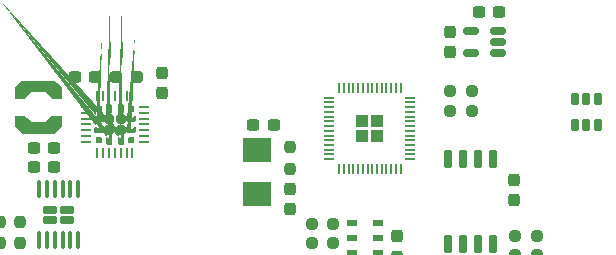
<source format=gbp>
G04 #@! TF.GenerationSoftware,KiCad,Pcbnew,7.0.5-0*
G04 #@! TF.CreationDate,2023-10-09T15:45:38-04:00*
G04 #@! TF.ProjectId,SLAPS_Solar_Harvester,534c4150-535f-4536-9f6c-61725f486172,V1.1*
G04 #@! TF.SameCoordinates,Original*
G04 #@! TF.FileFunction,Paste,Bot*
G04 #@! TF.FilePolarity,Positive*
%FSLAX46Y46*%
G04 Gerber Fmt 4.6, Leading zero omitted, Abs format (unit mm)*
G04 Created by KiCad (PCBNEW 7.0.5-0) date 2023-10-09 15:45:38*
%MOMM*%
%LPD*%
G01*
G04 APERTURE LIST*
G04 Aperture macros list*
%AMRoundRect*
0 Rectangle with rounded corners*
0 $1 Rounding radius*
0 $2 $3 $4 $5 $6 $7 $8 $9 X,Y pos of 4 corners*
0 Add a 4 corners polygon primitive as box body*
4,1,4,$2,$3,$4,$5,$6,$7,$8,$9,$2,$3,0*
0 Add four circle primitives for the rounded corners*
1,1,$1+$1,$2,$3*
1,1,$1+$1,$4,$5*
1,1,$1+$1,$6,$7*
1,1,$1+$1,$8,$9*
0 Add four rect primitives between the rounded corners*
20,1,$1+$1,$2,$3,$4,$5,0*
20,1,$1+$1,$4,$5,$6,$7,0*
20,1,$1+$1,$6,$7,$8,$9,0*
20,1,$1+$1,$8,$9,$2,$3,0*%
%AMFreePoly0*
4,1,48,0.180784,0.266839,0.197812,0.266839,0.211588,0.256830,0.227783,0.251568,0.237791,0.237791,0.251568,0.227783,0.256830,0.211588,0.266839,0.197812,0.266839,0.180783,0.272101,0.164589,0.272101,-0.075523,0.269420,-0.083774,0.270777,-0.092342,0.259348,-0.114772,0.251568,-0.138717,0.244549,-0.143816,0.240611,-0.151546,0.151545,-0.240611,0.143816,-0.244548,0.138717,-0.251568,
0.114771,-0.259348,0.092342,-0.270777,0.083774,-0.269420,0.075523,-0.272101,-0.164589,-0.272101,-0.180784,-0.266839,-0.197812,-0.266839,-0.211588,-0.256830,-0.227783,-0.251568,-0.237791,-0.237791,-0.251568,-0.227783,-0.256830,-0.211588,-0.266839,-0.197812,-0.266839,-0.180783,-0.272101,-0.164589,-0.272101,0.164589,-0.266839,0.180783,-0.266839,0.197812,-0.256830,0.211588,-0.251568,0.227783,
-0.237791,0.237791,-0.227783,0.251568,-0.211588,0.256830,-0.197812,0.266839,-0.180784,0.266839,-0.164589,0.272101,0.164589,0.272101,0.180784,0.266839,0.180784,0.266839,$1*%
%AMFreePoly1*
4,1,51,0.121446,0.402192,0.123663,0.402787,0.127059,0.401203,0.145390,0.397971,0.159646,0.386008,0.176512,0.378144,0.247132,0.307525,0.250167,0.303189,0.252157,0.302041,0.253439,0.298517,0.264114,0.283273,0.265735,0.264733,0.272101,0.247246,0.272101,-0.247246,0.271181,-0.252459,0.271776,-0.254677,0.270191,-0.258074,0.266960,-0.276402,0.254996,-0.290658,0.247132,-0.307525,
0.176512,-0.378144,0.172177,-0.381179,0.171029,-0.383168,0.167504,-0.384450,0.152260,-0.395125,0.133722,-0.396746,0.116234,-0.403112,-0.186855,-0.403112,-0.197928,-0.401159,-0.201658,-0.401817,-0.204937,-0.399923,-0.216011,-0.397971,-0.232977,-0.383734,-0.252157,-0.372661,-0.254787,-0.365433,-0.260680,-0.360489,-0.264525,-0.338677,-0.272101,-0.317866,-0.272101,0.317866,-0.270148,0.328939,
-0.270806,0.332669,-0.268912,0.335948,-0.266960,0.347022,-0.252723,0.363988,-0.241650,0.383168,-0.234422,0.385798,-0.229478,0.391691,-0.207666,0.395536,-0.186855,0.403112,0.116234,0.403112,0.121446,0.402192,0.121446,0.402192,$1*%
%AMFreePoly2*
4,1,48,0.083774,0.269420,0.092342,0.270777,0.114771,0.259348,0.138717,0.251568,0.143816,0.244548,0.151545,0.240611,0.240611,0.151546,0.244549,0.143816,0.251568,0.138717,0.259348,0.114772,0.270777,0.092342,0.269420,0.083774,0.272101,0.075523,0.272101,-0.164589,0.266839,-0.180783,0.266839,-0.197812,0.256830,-0.211588,0.251568,-0.227783,0.237791,-0.237791,0.227783,-0.251568,
0.211588,-0.256830,0.197812,-0.266839,0.180784,-0.266839,0.164589,-0.272101,-0.164589,-0.272101,-0.180784,-0.266839,-0.197812,-0.266839,-0.211588,-0.256830,-0.227783,-0.251568,-0.237791,-0.237791,-0.251568,-0.227783,-0.256830,-0.211588,-0.266839,-0.197812,-0.266839,-0.180783,-0.272101,-0.164589,-0.272101,0.164589,-0.266839,0.180783,-0.266839,0.197812,-0.256830,0.211588,-0.251568,0.227783,
-0.237791,0.237791,-0.227783,0.251568,-0.211588,0.256830,-0.197812,0.266839,-0.180784,0.266839,-0.164589,0.272101,0.075523,0.272101,0.083774,0.269420,0.083774,0.269420,$1*%
%AMFreePoly3*
4,1,51,0.328939,0.270148,0.332669,0.270806,0.335948,0.268912,0.347022,0.266960,0.363988,0.252723,0.383168,0.241650,0.385798,0.234422,0.391691,0.229478,0.395536,0.207666,0.403112,0.186855,0.403112,-0.116234,0.402192,-0.121446,0.402787,-0.123663,0.401203,-0.127059,0.397971,-0.145390,0.386008,-0.159646,0.378144,-0.176512,0.307524,-0.247133,0.303189,-0.250168,0.302041,-0.252157,
0.298517,-0.253439,0.283273,-0.264114,0.264733,-0.265735,0.247246,-0.272101,-0.247246,-0.272101,-0.252459,-0.271181,-0.254677,-0.271776,-0.258074,-0.270191,-0.276402,-0.266960,-0.290658,-0.254996,-0.307525,-0.247132,-0.378144,-0.176512,-0.381179,-0.172177,-0.383168,-0.171029,-0.384450,-0.167504,-0.395125,-0.152260,-0.396746,-0.133722,-0.403112,-0.116234,-0.403112,0.186855,-0.401159,0.197928,
-0.401817,0.201658,-0.399923,0.204937,-0.397971,0.216011,-0.383734,0.232977,-0.372661,0.252157,-0.365433,0.254787,-0.360489,0.260680,-0.338677,0.264525,-0.317866,0.272101,0.317866,0.272101,0.328939,0.270148,0.328939,0.270148,$1*%
%AMFreePoly4*
4,1,51,0.252458,0.271181,0.254676,0.271776,0.258073,0.270191,0.276402,0.266960,0.290658,0.254997,0.307524,0.247133,0.378144,0.176512,0.381179,0.172177,0.383168,0.171029,0.384450,0.167504,0.395125,0.152260,0.396746,0.133721,0.403112,0.116234,0.403112,-0.186855,0.401159,-0.197928,0.401817,-0.201658,0.399923,-0.204937,0.397971,-0.216011,0.383734,-0.232977,0.372661,-0.252157,
0.365433,-0.254787,0.360489,-0.260680,0.338677,-0.264525,0.317866,-0.272101,-0.317866,-0.272101,-0.328939,-0.270148,-0.332669,-0.270806,-0.335948,-0.268912,-0.347022,-0.266960,-0.363988,-0.252723,-0.383168,-0.241650,-0.385798,-0.234422,-0.391691,-0.229478,-0.395536,-0.207666,-0.403112,-0.186855,-0.403112,0.116234,-0.402192,0.121446,-0.402787,0.123663,-0.401203,0.127059,-0.397971,0.145390,
-0.386008,0.159646,-0.378144,0.176512,-0.307525,0.247132,-0.303189,0.250167,-0.302041,0.252157,-0.298517,0.253439,-0.283273,0.264114,-0.264733,0.265735,-0.247246,0.272101,0.247246,0.272101,0.252458,0.271181,0.252458,0.271181,$1*%
%AMFreePoly5*
4,1,48,0.180784,0.266839,0.197812,0.266839,0.211588,0.256830,0.227783,0.251568,0.237791,0.237791,0.251568,0.227783,0.256830,0.211588,0.266839,0.197812,0.266839,0.180783,0.272101,0.164589,0.272101,-0.164589,0.266839,-0.180783,0.266839,-0.197812,0.256830,-0.211588,0.251568,-0.227783,0.237791,-0.237791,0.227783,-0.251568,0.211588,-0.256830,0.197812,-0.266839,0.180784,-0.266839,
0.164589,-0.272101,-0.075523,-0.272101,-0.083774,-0.269420,-0.092342,-0.270777,-0.114772,-0.259348,-0.138717,-0.251568,-0.143816,-0.244549,-0.151546,-0.240611,-0.240611,-0.151545,-0.244548,-0.143816,-0.251568,-0.138717,-0.259348,-0.114771,-0.270777,-0.092342,-0.269420,-0.083774,-0.272101,-0.075523,-0.272101,0.164589,-0.266839,0.180783,-0.266839,0.197812,-0.256830,0.211588,-0.251568,0.227783,
-0.237791,0.237791,-0.227783,0.251568,-0.211588,0.256830,-0.197812,0.266839,-0.180784,0.266839,-0.164589,0.272101,0.164589,0.272101,0.180784,0.266839,0.180784,0.266839,$1*%
%AMFreePoly6*
4,1,51,0.197928,0.401159,0.201658,0.401817,0.204937,0.399923,0.216011,0.397971,0.232977,0.383734,0.252157,0.372661,0.254787,0.365433,0.260680,0.360489,0.264525,0.338677,0.272101,0.317866,0.272101,-0.317866,0.270148,-0.328939,0.270806,-0.332669,0.268912,-0.335948,0.266960,-0.347022,0.252723,-0.363988,0.241650,-0.383168,0.234422,-0.385798,0.229478,-0.391691,0.207666,-0.395536,
0.186855,-0.403112,-0.116234,-0.403112,-0.121446,-0.402192,-0.123663,-0.402787,-0.127059,-0.401203,-0.145390,-0.397971,-0.159646,-0.386008,-0.176512,-0.378144,-0.247133,-0.307524,-0.250168,-0.303189,-0.252157,-0.302041,-0.253439,-0.298517,-0.264114,-0.283273,-0.265735,-0.264733,-0.272101,-0.247246,-0.272101,0.247246,-0.271181,0.252458,-0.271776,0.254676,-0.270191,0.258073,-0.266960,0.276402,
-0.254997,0.290658,-0.247133,0.307524,-0.176512,0.378144,-0.172177,0.381179,-0.171029,0.383168,-0.167504,0.384450,-0.152260,0.395125,-0.133721,0.396746,-0.116234,0.403112,0.186855,0.403112,0.197928,0.401159,0.197928,0.401159,$1*%
%AMFreePoly7*
4,1,48,0.180784,0.266839,0.197812,0.266839,0.211588,0.256830,0.227783,0.251568,0.237791,0.237791,0.251568,0.227783,0.256830,0.211588,0.266839,0.197812,0.266839,0.180783,0.272101,0.164589,0.272101,-0.164589,0.266839,-0.180783,0.266839,-0.197812,0.256830,-0.211588,0.251568,-0.227783,0.237791,-0.237791,0.227783,-0.251568,0.211588,-0.256830,0.197812,-0.266839,0.180784,-0.266839,
0.164589,-0.272101,-0.164589,-0.272101,-0.180784,-0.266839,-0.197812,-0.266839,-0.211588,-0.256830,-0.227783,-0.251568,-0.237791,-0.237791,-0.251568,-0.227783,-0.256830,-0.211588,-0.266839,-0.197812,-0.266839,-0.180783,-0.272101,-0.164589,-0.272101,0.075523,-0.269420,0.083774,-0.270777,0.092342,-0.259348,0.114771,-0.251568,0.138717,-0.244548,0.143816,-0.240611,0.151545,-0.151546,0.240611,
-0.143816,0.244549,-0.138717,0.251568,-0.114772,0.259348,-0.092342,0.270777,-0.083774,0.269420,-0.075523,0.272101,0.164589,0.272101,0.180784,0.266839,0.180784,0.266839,$1*%
G04 Aperture macros list end*
%ADD10C,0.000100*%
%ADD11RoundRect,0.237500X0.300000X0.237500X-0.300000X0.237500X-0.300000X-0.237500X0.300000X-0.237500X0*%
%ADD12RoundRect,0.172500X0.422500X-0.172500X0.422500X0.172500X-0.422500X0.172500X-0.422500X-0.172500X0*%
%ADD13RoundRect,0.100000X0.100000X-0.625000X0.100000X0.625000X-0.100000X0.625000X-0.100000X-0.625000X0*%
%ADD14RoundRect,0.237500X-0.237500X0.300000X-0.237500X-0.300000X0.237500X-0.300000X0.237500X0.300000X0*%
%ADD15R,2.400000X2.000000*%
%ADD16RoundRect,0.150000X0.150000X-0.650000X0.150000X0.650000X-0.150000X0.650000X-0.150000X-0.650000X0*%
%ADD17RoundRect,0.237500X0.237500X-0.300000X0.237500X0.300000X-0.237500X0.300000X-0.237500X-0.300000X0*%
%ADD18RoundRect,0.250000X0.292217X-0.292217X0.292217X0.292217X-0.292217X0.292217X-0.292217X-0.292217X0*%
%ADD19RoundRect,0.050000X0.050000X-0.387500X0.050000X0.387500X-0.050000X0.387500X-0.050000X-0.387500X0*%
%ADD20RoundRect,0.050000X0.387500X-0.050000X0.387500X0.050000X-0.387500X0.050000X-0.387500X-0.050000X0*%
%ADD21RoundRect,0.237500X0.250000X0.237500X-0.250000X0.237500X-0.250000X-0.237500X0.250000X-0.237500X0*%
%ADD22R,0.950000X0.550000*%
%ADD23RoundRect,0.150000X0.512500X0.150000X-0.512500X0.150000X-0.512500X-0.150000X0.512500X-0.150000X0*%
%ADD24RoundRect,0.237500X-0.250000X-0.237500X0.250000X-0.237500X0.250000X0.237500X-0.250000X0.237500X0*%
%ADD25RoundRect,0.237500X0.287500X0.237500X-0.287500X0.237500X-0.287500X-0.237500X0.287500X-0.237500X0*%
%ADD26RoundRect,0.237500X0.237500X-0.250000X0.237500X0.250000X-0.237500X0.250000X-0.237500X-0.250000X0*%
%ADD27RoundRect,0.237500X-0.237500X0.250000X-0.237500X-0.250000X0.237500X-0.250000X0.237500X0.250000X0*%
%ADD28FreePoly0,270.000000*%
%ADD29FreePoly1,270.000000*%
%ADD30FreePoly2,270.000000*%
%ADD31FreePoly3,270.000000*%
%ADD32RoundRect,0.201557X-0.201556X0.201556X-0.201556X-0.201556X0.201556X-0.201556X0.201556X0.201556X0*%
%ADD33FreePoly4,270.000000*%
%ADD34FreePoly5,270.000000*%
%ADD35FreePoly6,270.000000*%
%ADD36FreePoly7,270.000000*%
%ADD37RoundRect,0.062500X-0.062500X0.337500X-0.062500X-0.337500X0.062500X-0.337500X0.062500X0.337500X0*%
%ADD38RoundRect,0.062500X-0.337500X0.062500X-0.337500X-0.062500X0.337500X-0.062500X0.337500X0.062500X0*%
%ADD39RoundRect,0.162500X0.162500X-0.367500X0.162500X0.367500X-0.162500X0.367500X-0.162500X-0.367500X0*%
G04 APERTURE END LIST*
D10*
X128410000Y-103192500D02*
X129575000Y-103192500D01*
X130155000Y-102612500D01*
X130945000Y-102612500D01*
X130945000Y-103512500D01*
X130395000Y-104062500D01*
X127605000Y-104062500D01*
X127055000Y-103512500D01*
X127055000Y-102612500D01*
X127830000Y-102612500D01*
X128410000Y-103192500D01*
G36*
X128410000Y-103192500D02*
G01*
X129575000Y-103192500D01*
X130155000Y-102612500D01*
X130945000Y-102612500D01*
X130945000Y-103512500D01*
X130395000Y-104062500D01*
X127605000Y-104062500D01*
X127055000Y-103512500D01*
X127055000Y-102612500D01*
X127830000Y-102612500D01*
X128410000Y-103192500D01*
G37*
X130945000Y-100212500D02*
X130945000Y-101112500D01*
X130155000Y-101112500D01*
X129575000Y-100532500D01*
X128410000Y-100532500D01*
X127830000Y-101112500D01*
X127055000Y-101112500D01*
X127055000Y-100212500D01*
X127605000Y-99662500D01*
X130395000Y-99662500D01*
X130945000Y-100212500D01*
G36*
X130945000Y-100212500D02*
G01*
X130945000Y-101112500D01*
X130155000Y-101112500D01*
X129575000Y-100532500D01*
X128410000Y-100532500D01*
X127830000Y-101112500D01*
X127055000Y-101112500D01*
X127055000Y-100212500D01*
X127605000Y-99662500D01*
X130395000Y-99662500D01*
X130945000Y-100212500D01*
G37*
D11*
X132112500Y-115500000D03*
X130387500Y-115500000D03*
D12*
X130040000Y-111410000D03*
X131460000Y-111410000D03*
X130040000Y-110590000D03*
X131460000Y-110590000D03*
D13*
X132375000Y-113150000D03*
X131725000Y-113150000D03*
X131075000Y-113150000D03*
X130425000Y-113150000D03*
X129775000Y-113150000D03*
X129125000Y-113150000D03*
X129125000Y-108850000D03*
X129775000Y-108850000D03*
X130425000Y-108850000D03*
X131075000Y-108850000D03*
X131725000Y-108850000D03*
X132375000Y-108850000D03*
D14*
X169300000Y-108037500D03*
X169300000Y-109762500D03*
D15*
X147500000Y-105550000D03*
X147500000Y-109250000D03*
D14*
X159400000Y-112837500D03*
X159400000Y-114562500D03*
X163900000Y-95537500D03*
X163900000Y-97262500D03*
D11*
X130362500Y-107000000D03*
X128637500Y-107000000D03*
X130362500Y-105362500D03*
X128637500Y-105362500D03*
D16*
X167505000Y-113500000D03*
X166235000Y-113500000D03*
X164965000Y-113500000D03*
X163695000Y-113500000D03*
X163695000Y-106300000D03*
X164965000Y-106300000D03*
X166235000Y-106300000D03*
X167505000Y-106300000D03*
D17*
X150300000Y-110562500D03*
X150300000Y-108837500D03*
D18*
X156462500Y-104337500D03*
X157737500Y-104337500D03*
X156462500Y-103062500D03*
X157737500Y-103062500D03*
D19*
X159700000Y-107137500D03*
X159300000Y-107137500D03*
X158900000Y-107137500D03*
X158500000Y-107137500D03*
X158100000Y-107137500D03*
X157700000Y-107137500D03*
X157300000Y-107137500D03*
X156900000Y-107137500D03*
X156500000Y-107137500D03*
X156100000Y-107137500D03*
X155700000Y-107137500D03*
X155300000Y-107137500D03*
X154900000Y-107137500D03*
X154500000Y-107137500D03*
D20*
X153662500Y-106300000D03*
X153662500Y-105900000D03*
X153662500Y-105500000D03*
X153662500Y-105100000D03*
X153662500Y-104700000D03*
X153662500Y-104300000D03*
X153662500Y-103900000D03*
X153662500Y-103500000D03*
X153662500Y-103100000D03*
X153662500Y-102700000D03*
X153662500Y-102300000D03*
X153662500Y-101900000D03*
X153662500Y-101500000D03*
X153662500Y-101100000D03*
D19*
X154500000Y-100262500D03*
X154900000Y-100262500D03*
X155300000Y-100262500D03*
X155700000Y-100262500D03*
X156100000Y-100262500D03*
X156500000Y-100262500D03*
X156900000Y-100262500D03*
X157300000Y-100262500D03*
X157700000Y-100262500D03*
X158100000Y-100262500D03*
X158500000Y-100262500D03*
X158900000Y-100262500D03*
X159300000Y-100262500D03*
X159700000Y-100262500D03*
D20*
X160537500Y-101100000D03*
X160537500Y-101500000D03*
X160537500Y-101900000D03*
X160537500Y-102300000D03*
X160537500Y-102700000D03*
X160537500Y-103100000D03*
X160537500Y-103500000D03*
X160537500Y-103900000D03*
X160537500Y-104300000D03*
X160537500Y-104700000D03*
X160537500Y-105100000D03*
X160537500Y-105500000D03*
X160537500Y-105900000D03*
X160537500Y-106300000D03*
D21*
X171212500Y-112800000D03*
X169387500Y-112800000D03*
D22*
X157775000Y-111725000D03*
X157775000Y-112975000D03*
X157775000Y-114225000D03*
X157775000Y-115475000D03*
X155625000Y-115475000D03*
X155625000Y-114225000D03*
X155625000Y-112975000D03*
X155625000Y-111725000D03*
D23*
X167937500Y-95450000D03*
X167937500Y-96400000D03*
X167937500Y-97350000D03*
X165662500Y-97350000D03*
X165662500Y-95450000D03*
D21*
X171212500Y-114400000D03*
X169387500Y-114400000D03*
D24*
X152187500Y-111800000D03*
X154012500Y-111800000D03*
D25*
X137375000Y-99362500D03*
X135625000Y-99362500D03*
D17*
X139500000Y-100725000D03*
X139500000Y-99000000D03*
D26*
X150300000Y-107112500D03*
X150300000Y-105287500D03*
D11*
X148962500Y-103400000D03*
X147237500Y-103400000D03*
D24*
X163887500Y-102250000D03*
X165712500Y-102250000D03*
D27*
X125750000Y-111587500D03*
X125750000Y-113412500D03*
D24*
X152187500Y-113400000D03*
X154012500Y-113400000D03*
D28*
X136837500Y-102025000D03*
D29*
X136000000Y-102025000D03*
X135000000Y-102025000D03*
D30*
X134162500Y-102025000D03*
D31*
X136837500Y-102862500D03*
D32*
X136000000Y-102862500D03*
X135000000Y-102862500D03*
D33*
X134162500Y-102862500D03*
D31*
X136837500Y-103862500D03*
D32*
X136000000Y-103862500D03*
X135000000Y-103862500D03*
D33*
X134162500Y-103862500D03*
D34*
X136837500Y-104700000D03*
D35*
X136000000Y-104700000D03*
X135000000Y-104700000D03*
D36*
X134162500Y-104700000D03*
D37*
X134000000Y-100912500D03*
X134500000Y-100912500D03*
X135000000Y-100912500D03*
X135500000Y-100912500D03*
X136000000Y-100912500D03*
X136500000Y-100912500D03*
X137000000Y-100912500D03*
D38*
X137950000Y-101862500D03*
X137950000Y-102362500D03*
X137950000Y-102862500D03*
X137950000Y-103362500D03*
X137950000Y-103862500D03*
X137950000Y-104362500D03*
X137950000Y-104862500D03*
D37*
X137000000Y-105812500D03*
X136500000Y-105812500D03*
X136000000Y-105812500D03*
X135500000Y-105812500D03*
X135000000Y-105812500D03*
X134500000Y-105812500D03*
X134000000Y-105812500D03*
D38*
X133050000Y-104862500D03*
X133050000Y-104362500D03*
X133050000Y-103862500D03*
X133050000Y-103362500D03*
X133050000Y-102862500D03*
X133050000Y-102362500D03*
X133050000Y-101862500D03*
D11*
X133862500Y-99362500D03*
X132137500Y-99362500D03*
D26*
X127500000Y-113412500D03*
X127500000Y-111587500D03*
D39*
X176375000Y-103375000D03*
X175425000Y-103375000D03*
X174475000Y-103375000D03*
X174475000Y-101175000D03*
X175425000Y-101175000D03*
X176375000Y-101175000D03*
D11*
X168062500Y-93800000D03*
X166337500Y-93800000D03*
D24*
X163887500Y-100500000D03*
X165712500Y-100500000D03*
M02*

</source>
